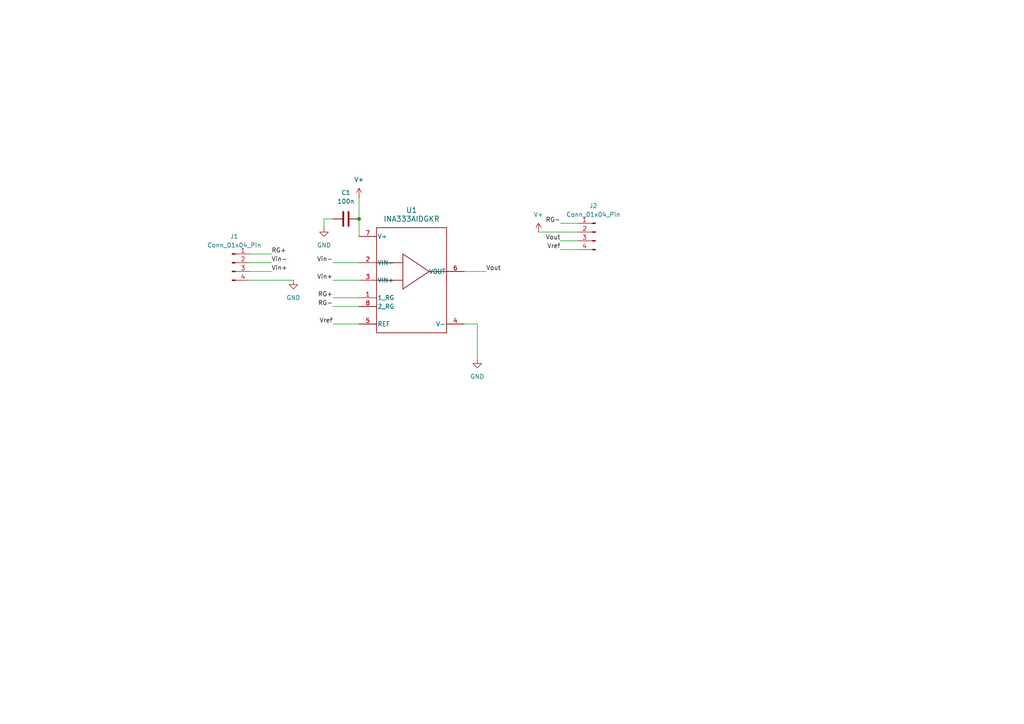
<source format=kicad_sch>
(kicad_sch (version 20250114) (generator "eeschema") (generator_version "9.0")
  (paper "A4")
  (lib_symbols
    (symbol "2025-07-03_01-44-25:INA333AIDGKR" (pin_names (offset 0.254))
      (property "Reference" "U" (at 6.096 8.89 0))
      (property "Value" "INA333AIDGKR" (at 13.462 6.35 0))
      (symbol "INA333AIDGKR_0_1"
        (polyline (pts (xy 5.08 5.08) (xy 5.08 -25.4)) (stroke (width 0.2032)))
        (polyline (pts (xy 5.08 -5.08) (xy 12.7 -5.08)) (stroke (width 0.2032)))
        (polyline (pts (xy 5.08 -10.16) (xy 12.7 -10.16)) (stroke (width 0.2032)))
        (polyline (pts (xy 5.08 -25.4) (xy 25.4 -25.4)) (stroke (width 0.2032)))
        (polyline (pts (xy 12.7 -2.54) (xy 20.32 -7.62)) (stroke (width 0.2032)))
        (polyline (pts (xy 12.7 -12.7) (xy 12.7 -2.54)) (stroke (width 0.2032)))
        (polyline (pts (xy 12.7 -12.7) (xy 20.32 -7.62)) (stroke (width 0.2032)))
        (polyline (pts (xy 20.32 -7.62) (xy 25.4 -7.62)) (stroke (width 0.2032)))
        (polyline (pts (xy 25.4 5.08) (xy 5.08 5.08)) (stroke (width 0.2032)))
        (polyline (pts (xy 25.4 -25.4) (xy 25.4 5.08)) (stroke (width 0.2032)))
        (pin power_in line (at 0 2.54 0) (length 5.08) (name "V+") (number "7"))
        (pin tri_state line (at 0 -5.08 0) (length 5.08) (name "VIN-") (number "2"))
        (pin tri_state line (at 0 -10.16 0) (length 5.08) (name "VIN+") (number "3"))
        (pin unspecified line (at 0 -15.24 0) (length 5.08) (name "1_RG") (number "1"))
        (pin unspecified line (at 0 -17.78 0) (length 5.08) (name "2_RG") (number "8"))
        (pin unspecified line (at 0 -22.86 0) (length 5.08) (name "REF") (number "5"))
        (pin unspecified line (at 30.48 -7.62 180) (length 5.08) (name "VOUT") (number "6"))
        (pin power_in line (at 30.48 -22.86 180) (length 5.08) (name "V-") (number "4"))
      )
    )
    (symbol "Connector:Conn_01x04_Pin" (pin_names (offset 1.016) (hide yes))
      (property "Reference" "J" (at 0 5.08 0))
      (property "Value" "Conn_01x04_Pin" (at 0 -7.62 0))
      (symbol "Conn_01x04_Pin_1_1"
        (rectangle (start 0.8636 2.667) (end 0 2.413) (stroke (width 0.1524)) (fill (type outline)))
        (rectangle (start 0.8636 0.127) (end 0 -0.127) (stroke (width 0.1524)) (fill (type outline)))
        (rectangle (start 0.8636 -2.413) (end 0 -2.667) (stroke (width 0.1524)) (fill (type outline)))
        (rectangle (start 0.8636 -4.953) (end 0 -5.207) (stroke (width 0.1524)) (fill (type outline)))
        (polyline (pts (xy 1.27 2.54) (xy 0.8636 2.54)) (stroke (width 0.1524)))
        (polyline (pts (xy 1.27 0) (xy 0.8636 0)) (stroke (width 0.1524)))
        (polyline (pts (xy 1.27 -2.54) (xy 0.8636 -2.54)) (stroke (width 0.1524)))
        (polyline (pts (xy 1.27 -5.08) (xy 0.8636 -5.08)) (stroke (width 0.1524)))
        (pin passive line (at 5.08 2.54 180) (length 3.81) (name "Pin_1") (number "1"))
        (pin passive line (at 5.08 0 180) (length 3.81) (name "Pin_2") (number "2"))
        (pin passive line (at 5.08 -2.54 180) (length 3.81) (name "Pin_3") (number "3"))
        (pin passive line (at 5.08 -5.08 180) (length 3.81) (name "Pin_4") (number "4"))
      )
    )
    (symbol "Device:C" (pin_numbers (hide yes)) (pin_names (offset 0.254))
      (property "Reference" "C" (at 0.635 2.54 0))
      (property "Value" "C" (at 0.635 -2.54 0))
      (symbol "C_0_1"
        (polyline (pts (xy -2.032 0.762) (xy 2.032 0.762)) (stroke (width 0.508)))
        (polyline (pts (xy -2.032 -0.762) (xy 2.032 -0.762)) (stroke (width 0.508)))
      )
      (symbol "C_1_1"
        (pin passive line (at 0 3.81 270) (length 2.794) (name "~") (number "1"))
        (pin passive line (at 0 -3.81 90) (length 2.794) (name "~") (number "2"))
      )
    )
    (symbol "power:+5V" (power) (pin_numbers (hide yes)) (pin_names (offset 0) (hide yes))
      (property "Value" "+5V" (at 0 3.556 0))
      (symbol "+5V_0_1"
        (polyline (pts (xy -0.762 1.27) (xy 0 2.54)))
        (polyline (pts (xy 0 2.54) (xy 0.762 1.27)))
        (polyline (pts (xy 0 0) (xy 0 2.54)))
      )
      (symbol "+5V_1_1"
        (pin power_in line (at 0 0 90) (length 0) (name "~") (number "1"))
      )
    )
    (symbol "power:GND" (power) (pin_numbers (hide yes)) (pin_names (offset 0) (hide yes))
      (property "Value" "GND" (at 0 -3.81 0))
      (symbol "GND_0_1"
        (polyline (pts (xy 0 0) (xy 0 -1.27) (xy 1.27 -1.27) (xy 0 -2.54) (xy -1.27 -1.27) (xy 0 -1.27)))
      )
      (symbol "GND_1_1"
        (pin power_in line (at 0 0 270) (length 0) (name "~") (number "1"))
      )
    )
  )
  (junction (at 104.14 63.5))
  (wire (pts (xy 134.62 78.74) (xy 140.97 78.74)))
  (wire (pts (xy 162.56 72.39) (xy 167.64 72.39)))
  (wire (pts (xy 138.43 93.98) (xy 138.43 104.14)))
  (wire (pts (xy 96.52 88.9) (xy 104.14 88.9)))
  (wire (pts (xy 96.52 81.28) (xy 104.14 81.28)))
  (wire (pts (xy 96.52 63.5) (xy 93.98 63.5)))
  (wire (pts (xy 72.39 81.28) (xy 85.09 81.28)))
  (wire (pts (xy 96.52 93.98) (xy 104.14 93.98)))
  (wire (pts (xy 96.52 86.36) (xy 104.14 86.36)))
  (wire (pts (xy 104.14 57.15) (xy 104.14 63.5)))
  (wire (pts (xy 104.14 63.5) (xy 104.14 68.58)))
  (wire (pts (xy 162.56 64.77) (xy 167.64 64.77)))
  (wire (pts (xy 72.39 73.66) (xy 78.74 73.66)))
  (wire (pts (xy 156.21 67.31) (xy 167.64 67.31)))
  (wire (pts (xy 72.39 76.2) (xy 78.74 76.2)))
  (wire (pts (xy 134.62 93.98) (xy 138.43 93.98)))
  (wire (pts (xy 96.52 76.2) (xy 104.14 76.2)))
  (wire (pts (xy 93.98 63.5) (xy 93.98 66.04)))
  (wire (pts (xy 162.56 69.85) (xy 167.64 69.85)))
  (wire (pts (xy 72.39 78.74) (xy 78.74 78.74)))
  (label "Vin+" (at 96.52 81.28 180))
  (label "RG+" (at 78.74 73.66 0))
  (label "Vref" (at 162.56 72.39 180))
  (label "Vin-" (at 96.52 76.2 180))
  (label "Vin+" (at 78.74 78.74 0))
  (label "Vref" (at 96.52 93.98 180))
  (label "RG-" (at 96.52 88.9 180))
  (label "RG-" (at 162.56 64.77 180))
  (label "RG+" (at 96.52 86.36 180))
  (label "Vin-" (at 78.74 76.2 0))
  (label "Vout" (at 140.97 78.74 0))
  (label "Vout" (at 162.56 69.85 180))
  (symbol (lib_id "power:GND") (at 93.98 66.04 0) (unit 1)
    (property "Reference" "#PWR02" (effects (hide yes)))
    (property "Value" "GND" (at 93.98 71.12 0))
    (property "Description" "Power symbol creates a global label with name \"GND\" , ground" (effects (hide yes)))
  )
  (symbol (lib_id "Connector:Conn_01x04_Pin") (at 172.72 67.31 0) (mirror y) (unit 1)
    (property "Reference" "J2" (at 172.085 59.69 0))
    (property "Value" "Conn_01x04_Pin" (at 172.085 62.23 0))
    (property "Footprint" "Connector_PinHeader_2.54mm:PinHeader_1x04_P2.54mm_Vertical" (effects (hide yes)))
    (property "Description" "Generic connector, single row, 01x04, script generated" (effects (hide yes)))
  )
  (symbol (lib_id "2025-07-03_01-44-25:INA333AIDGKR") (at 104.14 71.12 0) (unit 1)
    (property "Reference" "U1" (at 119.38 60.96 0) (effects (font (size 1.524 1.524))))
    (property "Value" "INA333AIDGKR" (at 119.38 63.5 0) (effects (font (size 1.524 1.524))))
    (property "Footprint" "Instrumentation_Amp:INA333_VSSOP" (effects (hide yes)))
    (property "Datasheet" "INA333AIDGKR" (effects (hide yes)))
  )
  (symbol (lib_id "power:+5V") (at 104.14 57.15 0) (unit 1)
    (property "Reference" "#PWR01" (effects (hide yes)))
    (property "Value" "V+" (at 104.14 52.07 0))
    (property "Description" "Power symbol creates a global label with name \"+5V\"" (effects (hide yes)))
  )
  (symbol (lib_id "Device:C") (at 100.33 63.5 90) (unit 1)
    (property "Reference" "C1" (at 100.33 55.88 90))
    (property "Value" "100n" (at 100.33 58.42 90))
    (property "Footprint" "Capacitor_SMD:C_1206_3216Metric" (effects (hide yes)))
    (property "Description" "Unpolarized capacitor" (effects (hide yes)))
  )
  (symbol (lib_id "power:GND") (at 85.09 81.28 0) (unit 1)
    (property "Reference" "#PWR03" (effects (hide yes)))
    (property "Value" "GND" (at 85.09 86.36 0))
    (property "Description" "Power symbol creates a global label with name \"GND\" , ground" (effects (hide yes)))
  )
  (symbol (lib_id "power:GND") (at 138.43 104.14 0) (unit 1)
    (property "Reference" "#PWR04" (effects (hide yes)))
    (property "Value" "GND" (at 138.43 109.22 0))
    (property "Description" "Power symbol creates a global label with name \"GND\" , ground" (effects (hide yes)))
  )
  (symbol (lib_id "power:+5V") (at 156.21 67.31 0) (unit 1)
    (property "Reference" "#PWR06" (effects (hide yes)))
    (property "Value" "V+" (at 156.21 62.23 0))
    (property "Description" "Power symbol creates a global label with name \"+5V\"" (effects (hide yes)))
  )
  (symbol (lib_id "Connector:Conn_01x04_Pin") (at 67.31 76.2 0) (unit 1)
    (property "Reference" "J1" (at 67.945 68.58 0))
    (property "Value" "Conn_01x04_Pin" (at 67.945 71.12 0))
    (property "Footprint" "Connector_PinHeader_2.54mm:PinHeader_1x04_P2.54mm_Vertical" (effects (hide yes)))
    (property "Description" "Generic connector, single row, 01x04, script generated" (effects (hide yes)))
  )
)
</source>
